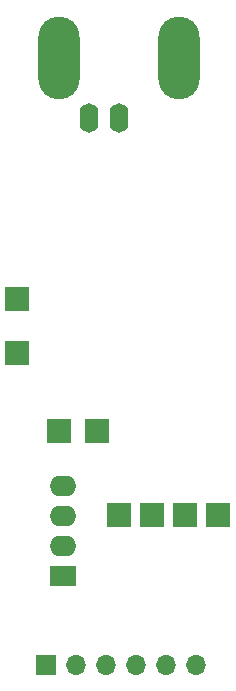
<source format=gbr>
%TF.GenerationSoftware,KiCad,Pcbnew,(5.1.10)-1*%
%TF.CreationDate,2021-07-01T21:18:45-05:00*%
%TF.ProjectId,orpMeter,6f72704d-6574-4657-922e-6b696361645f,A0*%
%TF.SameCoordinates,Original*%
%TF.FileFunction,Soldermask,Bot*%
%TF.FilePolarity,Negative*%
%FSLAX46Y46*%
G04 Gerber Fmt 4.6, Leading zero omitted, Abs format (unit mm)*
G04 Created by KiCad (PCBNEW (5.1.10)-1) date 2021-07-01 21:18:45*
%MOMM*%
%LPD*%
G01*
G04 APERTURE LIST*
%ADD10O,3.500000X7.000000*%
%ADD11O,1.600000X2.500000*%
%ADD12O,2.250000X1.750000*%
%ADD13R,2.250000X1.750000*%
%ADD14R,2.000000X2.000000*%
%ADD15R,1.700000X1.700000*%
%ADD16O,1.700000X1.700000*%
G04 APERTURE END LIST*
D10*
%TO.C,J1*%
X136398000Y-93421200D03*
X146558000Y-93421200D03*
D11*
X141478000Y-98501200D03*
X138938000Y-98501200D03*
%TD*%
D12*
%TO.C,U6*%
X136702800Y-129692400D03*
X136702800Y-132232400D03*
X136702800Y-134772400D03*
D13*
X136702800Y-137312400D03*
%TD*%
D14*
%TO.C,TP1*%
X149860000Y-132080000D03*
%TD*%
%TO.C,TP2*%
X147066000Y-132080000D03*
%TD*%
%TO.C,TP3*%
X144272000Y-132080000D03*
%TD*%
%TO.C,TP4*%
X141478000Y-132080000D03*
%TD*%
%TO.C,TP5*%
X132842000Y-113792000D03*
%TD*%
%TO.C,TP6*%
X132842000Y-118364000D03*
%TD*%
%TO.C,TP7*%
X139573000Y-124968000D03*
%TD*%
%TO.C,TP8*%
X136398000Y-124968000D03*
%TD*%
D15*
%TO.C,J2*%
X135280400Y-144780000D03*
D16*
X137820400Y-144780000D03*
X140360400Y-144780000D03*
X142900400Y-144780000D03*
X145440400Y-144780000D03*
X147980400Y-144780000D03*
%TD*%
M02*

</source>
